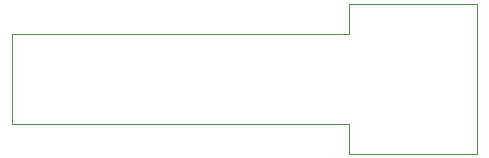
<source format=gbr>
%TF.GenerationSoftware,KiCad,Pcbnew,(5.1.10)-1*%
%TF.CreationDate,2021-09-08T13:17:32-04:00*%
%TF.ProjectId,water_sensor_turbidty,77617465-725f-4736-956e-736f725f7475,rev?*%
%TF.SameCoordinates,Original*%
%TF.FileFunction,Profile,NP*%
%FSLAX46Y46*%
G04 Gerber Fmt 4.6, Leading zero omitted, Abs format (unit mm)*
G04 Created by KiCad (PCBNEW (5.1.10)-1) date 2021-09-08 13:17:32*
%MOMM*%
%LPD*%
G01*
G04 APERTURE LIST*
%TA.AperFunction,Profile*%
%ADD10C,0.050000*%
%TD*%
G04 APERTURE END LIST*
D10*
X173990000Y-39370000D02*
X173990000Y-36830000D01*
X145415000Y-39370000D02*
X173990000Y-39370000D01*
X145415000Y-46990000D02*
X145415000Y-39370000D01*
X173990000Y-46990000D02*
X145415000Y-46990000D01*
X173990000Y-49530000D02*
X173990000Y-46990000D01*
X184785000Y-49530000D02*
X173990000Y-49530000D01*
X184785000Y-36830000D02*
X184785000Y-49530000D01*
X173990000Y-36830000D02*
X184785000Y-36830000D01*
M02*

</source>
